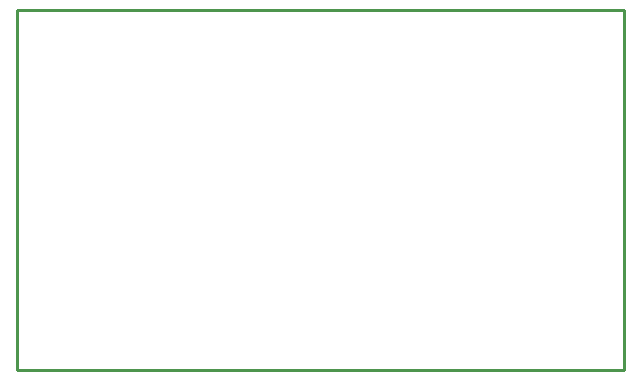
<source format=gbr>
G04 EAGLE Gerber RS-274X export*
G75*
%MOMM*%
%FSLAX34Y34*%
%LPD*%
%IN*%
%IPPOS*%
%AMOC8*
5,1,8,0,0,1.08239X$1,22.5*%
G01*
%ADD10C,0.254000*%


D10*
X0Y0D02*
X514350Y0D01*
X514350Y304800D01*
X0Y304800D01*
X0Y0D01*
M02*

</source>
